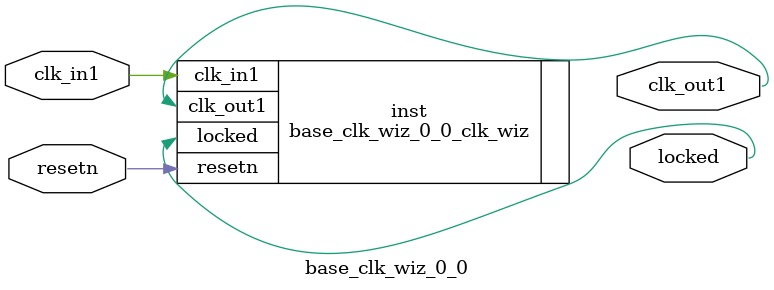
<source format=v>


`timescale 1ps/1ps

(* CORE_GENERATION_INFO = "base_clk_wiz_0_0,clk_wiz_v6_0_8_0_0,{component_name=base_clk_wiz_0_0,use_phase_alignment=true,use_min_o_jitter=false,use_max_i_jitter=false,use_dyn_phase_shift=false,use_inclk_switchover=false,use_dyn_reconfig=false,enable_axi=0,feedback_source=FDBK_AUTO,PRIMITIVE=MMCM,num_out_clk=1,clkin1_period=10.000,clkin2_period=10.000,use_power_down=false,use_reset=true,use_locked=true,use_inclk_stopped=false,feedback_type=SINGLE,CLOCK_MGR_TYPE=NA,manual_override=false}" *)

module base_clk_wiz_0_0 
 (
  // Clock out ports
  output        clk_out1,
  // Status and control signals
  input         resetn,
  output        locked,
 // Clock in ports
  input         clk_in1
 );

  base_clk_wiz_0_0_clk_wiz inst
  (
  // Clock out ports  
  .clk_out1(clk_out1),
  // Status and control signals               
  .resetn(resetn), 
  .locked(locked),
 // Clock in ports
  .clk_in1(clk_in1)
  );

endmodule

</source>
